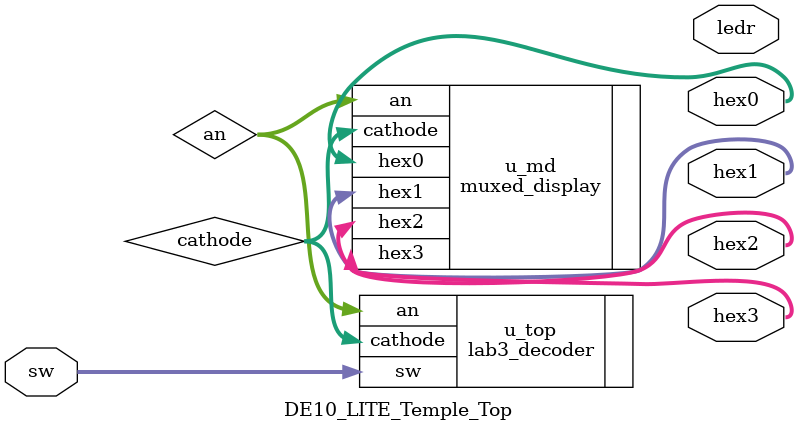
<source format=sv>



`define ENABLE_SW
`define ENABLE_LED
`define ENABLE_HEX0
`define ENABLE_HEX1
`define ENABLE_HEX2
`define ENABLE_HEX3

module DE10_LITE_Temple_Top(

	//////////// SDRAM: 3.3-V LVTTL //////////
`ifdef ENABLE_SDRAM
	output		    [12:0]		dram_addr,
	output		     [1:0]		dram_ba,
	output		          		dram_cas_n,
	output		          		dram_cke,
	output		          		dram_clk,
	output		          		dram_cs_n,
	inout 		    [15:0]		dram_dq,
	output		          		dram_ldqm,
	output		          		dram_ras_n,
	output		          		dram_udqm,
	output		          		dram_we_n,
`endif

	//////////// SEG7: 3.3-V LVTTL //////////
`ifdef ENABLE_HEX0
	output		     [7:0]		hex0,
`endif
`ifdef ENABLE_HEX1
	output		     [7:0]		hex1,
`endif
`ifdef ENABLE_HEX2
	output		     [7:0]		hex2,
`endif
`ifdef ENABLE_HEX3
	output		     [7:0]		hex3,
`endif
`ifdef ENABLE_HEX4
	output		     [7:0]		hex4,
`endif
`ifdef ENABLE_HEX5
	output		     [7:0]		hex5,
`endif

	//////////// KEY: 3.3 V SCHMITT TRIGGER //////////
`ifdef ENABLE_KEY
	input 		     [1:0]		key,
`endif

	//////////// LED: 3.3-V LVTTL //////////
`ifdef ENABLE_LED
	output		     [9:0]		ledr,
`endif

	//////////// VGA: 3.3-V LVTTL //////////
`ifdef ENABLE_VGA
	output		     [3:0]		vga_b,
	output		     [3:0]		vga_g,
	output		          		vga_hs,
	output		     [3:0]		vga_r,
	output		          		vga_vs,
`endif

	//////////// Accelerometer: 3.3-V LVTTL //////////
`ifdef ENABLE_ACCELEROMETER
	output		          		gsensor_cs_n,
	input 		     [2:1]		gsensor_int,
	output		          		gsensor_sclk,
	inout 		          		gsensor_sdi,
	inout 		          		gsensor_sdo,
`endif

	//////////// Arduino: 3.3-V LVTTL //////////
`ifdef ENABLE_ARDUINO
	inout 		    [15:0]		arduino_io,
	inout 		          		arduino_reset_n,
`endif

	//////////// GPIO, GPIO connect to GPIO Default: 3.3-V LVTTL //////////
`ifdef ENABLE_GPIO
	inout 		    [35:0]		gpio,
`endif

	//////////// ADC CLOCK: 3.3-V LVTTL //////////
`ifdef ENABLE_ADC_CLOCK
	input 		          		adc_clk_10,
`endif
	//////////// CLOCK 1: 3.3-V LVTTL //////////
`ifdef ENABLE_CLOCK1
	input 		          		max10_clk1_50,
`endif
	//////////// CLOCK 2: 3.3-V LVTTL //////////
`ifdef ENABLE_CLOCK2
	input 		          		max10_clk2_50,
`endif

	//////////// SW: 3.3-V LVTTL //////////
`ifdef ENABLE_SW
	//input 		     [9:0]		sw
	input 		     [6:0]		sw
`endif
);
	logic [3:0] an;
	logic [6:0] cathode;

	// tie unused LED's low
	//assign ledr[9:0] = 10'b0;
	//assign ledr[6:0] = sw[6:0]; 	

	// instantiate top level design here
	lab3_decoder u_top (.sw, .an, .cathode);

	// and instantiate the muxed display module
	muxed_display u_md (.hex3, .hex2, .hex1, .hex0, .an, .cathode);

endmodule

</source>
